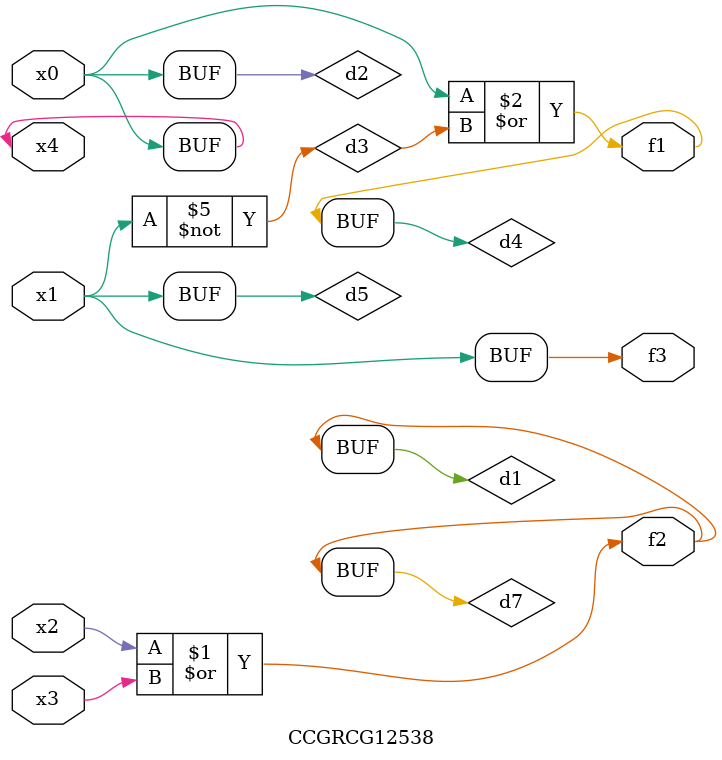
<source format=v>
module CCGRCG12538(
	input x0, x1, x2, x3, x4,
	output f1, f2, f3
);

	wire d1, d2, d3, d4, d5, d6, d7;

	or (d1, x2, x3);
	buf (d2, x0, x4);
	not (d3, x1);
	or (d4, d2, d3);
	not (d5, d3);
	nand (d6, d1, d3);
	or (d7, d1);
	assign f1 = d4;
	assign f2 = d7;
	assign f3 = d5;
endmodule

</source>
